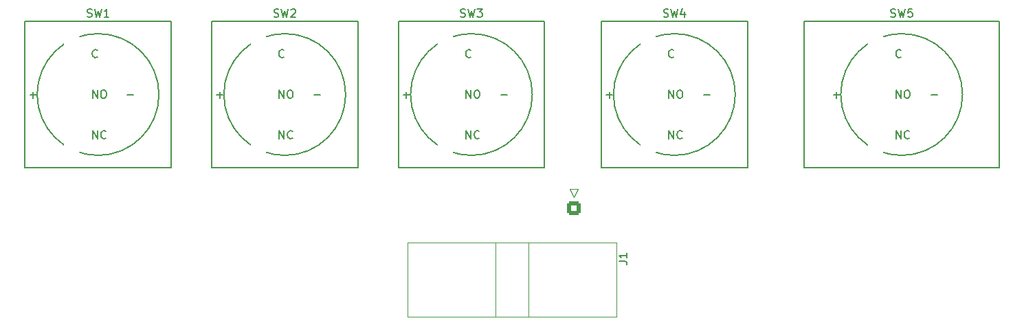
<source format=gto>
G04 #@! TF.GenerationSoftware,KiCad,Pcbnew,(6.0.0)*
G04 #@! TF.CreationDate,2022-06-26T22:57:09+02:00*
G04 #@! TF.ProjectId,mht-ctl-back,6d68742d-6374-46c2-9d62-61636b2e6b69,rev?*
G04 #@! TF.SameCoordinates,Original*
G04 #@! TF.FileFunction,Legend,Top*
G04 #@! TF.FilePolarity,Positive*
%FSLAX46Y46*%
G04 Gerber Fmt 4.6, Leading zero omitted, Abs format (unit mm)*
G04 Created by KiCad (PCBNEW (6.0.0)) date 2022-06-26 22:57:09*
%MOMM*%
%LPD*%
G01*
G04 APERTURE LIST*
G04 Aperture macros list*
%AMRoundRect*
0 Rectangle with rounded corners*
0 $1 Rounding radius*
0 $2 $3 $4 $5 $6 $7 $8 $9 X,Y pos of 4 corners*
0 Add a 4 corners polygon primitive as box body*
4,1,4,$2,$3,$4,$5,$6,$7,$8,$9,$2,$3,0*
0 Add four circle primitives for the rounded corners*
1,1,$1+$1,$2,$3*
1,1,$1+$1,$4,$5*
1,1,$1+$1,$6,$7*
1,1,$1+$1,$8,$9*
0 Add four rect primitives between the rounded corners*
20,1,$1+$1,$2,$3,$4,$5,0*
20,1,$1+$1,$4,$5,$6,$7,0*
20,1,$1+$1,$6,$7,$8,$9,0*
20,1,$1+$1,$8,$9,$2,$3,0*%
G04 Aperture macros list end*
%ADD10C,0.150000*%
%ADD11C,0.120000*%
%ADD12O,2.400000X4.600000*%
%ADD13O,2.400000X4.660000*%
%ADD14RoundRect,0.250000X-0.600000X0.600000X-0.600000X-0.600000X0.600000X-0.600000X0.600000X0.600000X0*%
%ADD15C,1.700000*%
G04 APERTURE END LIST*
D10*
X160666666Y-93404761D02*
X160809523Y-93452380D01*
X161047619Y-93452380D01*
X161142857Y-93404761D01*
X161190476Y-93357142D01*
X161238095Y-93261904D01*
X161238095Y-93166666D01*
X161190476Y-93071428D01*
X161142857Y-93023809D01*
X161047619Y-92976190D01*
X160857142Y-92928571D01*
X160761904Y-92880952D01*
X160714285Y-92833333D01*
X160666666Y-92738095D01*
X160666666Y-92642857D01*
X160714285Y-92547619D01*
X160761904Y-92500000D01*
X160857142Y-92452380D01*
X161095238Y-92452380D01*
X161238095Y-92500000D01*
X161571428Y-92452380D02*
X161809523Y-93452380D01*
X162000000Y-92738095D01*
X162190476Y-93452380D01*
X162428571Y-92452380D01*
X163238095Y-92785714D02*
X163238095Y-93452380D01*
X163000000Y-92404761D02*
X162761904Y-93119047D01*
X163380952Y-93119047D01*
X161335595Y-103452380D02*
X161335595Y-102452380D01*
X161907023Y-103452380D01*
X161907023Y-102452380D01*
X162573690Y-102452380D02*
X162764166Y-102452380D01*
X162859404Y-102500000D01*
X162954642Y-102595238D01*
X163002261Y-102785714D01*
X163002261Y-103119047D01*
X162954642Y-103309523D01*
X162859404Y-103404761D01*
X162764166Y-103452380D01*
X162573690Y-103452380D01*
X162478452Y-103404761D01*
X162383214Y-103309523D01*
X162335595Y-103119047D01*
X162335595Y-102785714D01*
X162383214Y-102595238D01*
X162478452Y-102500000D01*
X162573690Y-102452380D01*
X165619047Y-103071428D02*
X166380952Y-103071428D01*
X161335595Y-108452380D02*
X161335595Y-107452380D01*
X161907023Y-108452380D01*
X161907023Y-107452380D01*
X162954642Y-108357142D02*
X162907023Y-108404761D01*
X162764166Y-108452380D01*
X162668928Y-108452380D01*
X162526071Y-108404761D01*
X162430833Y-108309523D01*
X162383214Y-108214285D01*
X162335595Y-108023809D01*
X162335595Y-107880952D01*
X162383214Y-107690476D01*
X162430833Y-107595238D01*
X162526071Y-107500000D01*
X162668928Y-107452380D01*
X162764166Y-107452380D01*
X162907023Y-107500000D01*
X162954642Y-107547619D01*
X153619047Y-103071428D02*
X154380952Y-103071428D01*
X154000000Y-103452380D02*
X154000000Y-102690476D01*
X161907023Y-98357142D02*
X161859404Y-98404761D01*
X161716547Y-98452380D01*
X161621309Y-98452380D01*
X161478452Y-98404761D01*
X161383214Y-98309523D01*
X161335595Y-98214285D01*
X161287976Y-98023809D01*
X161287976Y-97880952D01*
X161335595Y-97690476D01*
X161383214Y-97595238D01*
X161478452Y-97500000D01*
X161621309Y-97452380D01*
X161716547Y-97452380D01*
X161859404Y-97500000D01*
X161907023Y-97547619D01*
X188666666Y-93404761D02*
X188809523Y-93452380D01*
X189047619Y-93452380D01*
X189142857Y-93404761D01*
X189190476Y-93357142D01*
X189238095Y-93261904D01*
X189238095Y-93166666D01*
X189190476Y-93071428D01*
X189142857Y-93023809D01*
X189047619Y-92976190D01*
X188857142Y-92928571D01*
X188761904Y-92880952D01*
X188714285Y-92833333D01*
X188666666Y-92738095D01*
X188666666Y-92642857D01*
X188714285Y-92547619D01*
X188761904Y-92500000D01*
X188857142Y-92452380D01*
X189095238Y-92452380D01*
X189238095Y-92500000D01*
X189571428Y-92452380D02*
X189809523Y-93452380D01*
X190000000Y-92738095D01*
X190190476Y-93452380D01*
X190428571Y-92452380D01*
X191285714Y-92452380D02*
X190809523Y-92452380D01*
X190761904Y-92928571D01*
X190809523Y-92880952D01*
X190904761Y-92833333D01*
X191142857Y-92833333D01*
X191238095Y-92880952D01*
X191285714Y-92928571D01*
X191333333Y-93023809D01*
X191333333Y-93261904D01*
X191285714Y-93357142D01*
X191238095Y-93404761D01*
X191142857Y-93452380D01*
X190904761Y-93452380D01*
X190809523Y-93404761D01*
X190761904Y-93357142D01*
X189907023Y-98357142D02*
X189859404Y-98404761D01*
X189716547Y-98452380D01*
X189621309Y-98452380D01*
X189478452Y-98404761D01*
X189383214Y-98309523D01*
X189335595Y-98214285D01*
X189287976Y-98023809D01*
X189287976Y-97880952D01*
X189335595Y-97690476D01*
X189383214Y-97595238D01*
X189478452Y-97500000D01*
X189621309Y-97452380D01*
X189716547Y-97452380D01*
X189859404Y-97500000D01*
X189907023Y-97547619D01*
X193619047Y-103071428D02*
X194380952Y-103071428D01*
X189335595Y-103452380D02*
X189335595Y-102452380D01*
X189907023Y-103452380D01*
X189907023Y-102452380D01*
X190573690Y-102452380D02*
X190764166Y-102452380D01*
X190859404Y-102500000D01*
X190954642Y-102595238D01*
X191002261Y-102785714D01*
X191002261Y-103119047D01*
X190954642Y-103309523D01*
X190859404Y-103404761D01*
X190764166Y-103452380D01*
X190573690Y-103452380D01*
X190478452Y-103404761D01*
X190383214Y-103309523D01*
X190335595Y-103119047D01*
X190335595Y-102785714D01*
X190383214Y-102595238D01*
X190478452Y-102500000D01*
X190573690Y-102452380D01*
X189335595Y-108452380D02*
X189335595Y-107452380D01*
X189907023Y-108452380D01*
X189907023Y-107452380D01*
X190954642Y-108357142D02*
X190907023Y-108404761D01*
X190764166Y-108452380D01*
X190668928Y-108452380D01*
X190526071Y-108404761D01*
X190430833Y-108309523D01*
X190383214Y-108214285D01*
X190335595Y-108023809D01*
X190335595Y-107880952D01*
X190383214Y-107690476D01*
X190430833Y-107595238D01*
X190526071Y-107500000D01*
X190668928Y-107452380D01*
X190764166Y-107452380D01*
X190907023Y-107500000D01*
X190954642Y-107547619D01*
X181619047Y-103071428D02*
X182380952Y-103071428D01*
X182000000Y-103452380D02*
X182000000Y-102690476D01*
X112666666Y-93404761D02*
X112809523Y-93452380D01*
X113047619Y-93452380D01*
X113142857Y-93404761D01*
X113190476Y-93357142D01*
X113238095Y-93261904D01*
X113238095Y-93166666D01*
X113190476Y-93071428D01*
X113142857Y-93023809D01*
X113047619Y-92976190D01*
X112857142Y-92928571D01*
X112761904Y-92880952D01*
X112714285Y-92833333D01*
X112666666Y-92738095D01*
X112666666Y-92642857D01*
X112714285Y-92547619D01*
X112761904Y-92500000D01*
X112857142Y-92452380D01*
X113095238Y-92452380D01*
X113238095Y-92500000D01*
X113571428Y-92452380D02*
X113809523Y-93452380D01*
X114000000Y-92738095D01*
X114190476Y-93452380D01*
X114428571Y-92452380D01*
X114761904Y-92547619D02*
X114809523Y-92500000D01*
X114904761Y-92452380D01*
X115142857Y-92452380D01*
X115238095Y-92500000D01*
X115285714Y-92547619D01*
X115333333Y-92642857D01*
X115333333Y-92738095D01*
X115285714Y-92880952D01*
X114714285Y-93452380D01*
X115333333Y-93452380D01*
X105619047Y-103071428D02*
X106380952Y-103071428D01*
X106000000Y-103452380D02*
X106000000Y-102690476D01*
X113907023Y-98357142D02*
X113859404Y-98404761D01*
X113716547Y-98452380D01*
X113621309Y-98452380D01*
X113478452Y-98404761D01*
X113383214Y-98309523D01*
X113335595Y-98214285D01*
X113287976Y-98023809D01*
X113287976Y-97880952D01*
X113335595Y-97690476D01*
X113383214Y-97595238D01*
X113478452Y-97500000D01*
X113621309Y-97452380D01*
X113716547Y-97452380D01*
X113859404Y-97500000D01*
X113907023Y-97547619D01*
X113335595Y-103452380D02*
X113335595Y-102452380D01*
X113907023Y-103452380D01*
X113907023Y-102452380D01*
X114573690Y-102452380D02*
X114764166Y-102452380D01*
X114859404Y-102500000D01*
X114954642Y-102595238D01*
X115002261Y-102785714D01*
X115002261Y-103119047D01*
X114954642Y-103309523D01*
X114859404Y-103404761D01*
X114764166Y-103452380D01*
X114573690Y-103452380D01*
X114478452Y-103404761D01*
X114383214Y-103309523D01*
X114335595Y-103119047D01*
X114335595Y-102785714D01*
X114383214Y-102595238D01*
X114478452Y-102500000D01*
X114573690Y-102452380D01*
X117619047Y-103071428D02*
X118380952Y-103071428D01*
X113335595Y-108452380D02*
X113335595Y-107452380D01*
X113907023Y-108452380D01*
X113907023Y-107452380D01*
X114954642Y-108357142D02*
X114907023Y-108404761D01*
X114764166Y-108452380D01*
X114668928Y-108452380D01*
X114526071Y-108404761D01*
X114430833Y-108309523D01*
X114383214Y-108214285D01*
X114335595Y-108023809D01*
X114335595Y-107880952D01*
X114383214Y-107690476D01*
X114430833Y-107595238D01*
X114526071Y-107500000D01*
X114668928Y-107452380D01*
X114764166Y-107452380D01*
X114907023Y-107500000D01*
X114954642Y-107547619D01*
X89666666Y-93404761D02*
X89809523Y-93452380D01*
X90047619Y-93452380D01*
X90142857Y-93404761D01*
X90190476Y-93357142D01*
X90238095Y-93261904D01*
X90238095Y-93166666D01*
X90190476Y-93071428D01*
X90142857Y-93023809D01*
X90047619Y-92976190D01*
X89857142Y-92928571D01*
X89761904Y-92880952D01*
X89714285Y-92833333D01*
X89666666Y-92738095D01*
X89666666Y-92642857D01*
X89714285Y-92547619D01*
X89761904Y-92500000D01*
X89857142Y-92452380D01*
X90095238Y-92452380D01*
X90238095Y-92500000D01*
X90571428Y-92452380D02*
X90809523Y-93452380D01*
X91000000Y-92738095D01*
X91190476Y-93452380D01*
X91428571Y-92452380D01*
X92333333Y-93452380D02*
X91761904Y-93452380D01*
X92047619Y-93452380D02*
X92047619Y-92452380D01*
X91952380Y-92595238D01*
X91857142Y-92690476D01*
X91761904Y-92738095D01*
X82619047Y-103071428D02*
X83380952Y-103071428D01*
X83000000Y-103452380D02*
X83000000Y-102690476D01*
X90335595Y-103452380D02*
X90335595Y-102452380D01*
X90907023Y-103452380D01*
X90907023Y-102452380D01*
X91573690Y-102452380D02*
X91764166Y-102452380D01*
X91859404Y-102500000D01*
X91954642Y-102595238D01*
X92002261Y-102785714D01*
X92002261Y-103119047D01*
X91954642Y-103309523D01*
X91859404Y-103404761D01*
X91764166Y-103452380D01*
X91573690Y-103452380D01*
X91478452Y-103404761D01*
X91383214Y-103309523D01*
X91335595Y-103119047D01*
X91335595Y-102785714D01*
X91383214Y-102595238D01*
X91478452Y-102500000D01*
X91573690Y-102452380D01*
X90907023Y-98357142D02*
X90859404Y-98404761D01*
X90716547Y-98452380D01*
X90621309Y-98452380D01*
X90478452Y-98404761D01*
X90383214Y-98309523D01*
X90335595Y-98214285D01*
X90287976Y-98023809D01*
X90287976Y-97880952D01*
X90335595Y-97690476D01*
X90383214Y-97595238D01*
X90478452Y-97500000D01*
X90621309Y-97452380D01*
X90716547Y-97452380D01*
X90859404Y-97500000D01*
X90907023Y-97547619D01*
X90335595Y-108452380D02*
X90335595Y-107452380D01*
X90907023Y-108452380D01*
X90907023Y-107452380D01*
X91954642Y-108357142D02*
X91907023Y-108404761D01*
X91764166Y-108452380D01*
X91668928Y-108452380D01*
X91526071Y-108404761D01*
X91430833Y-108309523D01*
X91383214Y-108214285D01*
X91335595Y-108023809D01*
X91335595Y-107880952D01*
X91383214Y-107690476D01*
X91430833Y-107595238D01*
X91526071Y-107500000D01*
X91668928Y-107452380D01*
X91764166Y-107452380D01*
X91907023Y-107500000D01*
X91954642Y-107547619D01*
X94619047Y-103071428D02*
X95380952Y-103071428D01*
X135666666Y-93404761D02*
X135809523Y-93452380D01*
X136047619Y-93452380D01*
X136142857Y-93404761D01*
X136190476Y-93357142D01*
X136238095Y-93261904D01*
X136238095Y-93166666D01*
X136190476Y-93071428D01*
X136142857Y-93023809D01*
X136047619Y-92976190D01*
X135857142Y-92928571D01*
X135761904Y-92880952D01*
X135714285Y-92833333D01*
X135666666Y-92738095D01*
X135666666Y-92642857D01*
X135714285Y-92547619D01*
X135761904Y-92500000D01*
X135857142Y-92452380D01*
X136095238Y-92452380D01*
X136238095Y-92500000D01*
X136571428Y-92452380D02*
X136809523Y-93452380D01*
X137000000Y-92738095D01*
X137190476Y-93452380D01*
X137428571Y-92452380D01*
X137714285Y-92452380D02*
X138333333Y-92452380D01*
X138000000Y-92833333D01*
X138142857Y-92833333D01*
X138238095Y-92880952D01*
X138285714Y-92928571D01*
X138333333Y-93023809D01*
X138333333Y-93261904D01*
X138285714Y-93357142D01*
X138238095Y-93404761D01*
X138142857Y-93452380D01*
X137857142Y-93452380D01*
X137761904Y-93404761D01*
X137714285Y-93357142D01*
X136335595Y-103452380D02*
X136335595Y-102452380D01*
X136907023Y-103452380D01*
X136907023Y-102452380D01*
X137573690Y-102452380D02*
X137764166Y-102452380D01*
X137859404Y-102500000D01*
X137954642Y-102595238D01*
X138002261Y-102785714D01*
X138002261Y-103119047D01*
X137954642Y-103309523D01*
X137859404Y-103404761D01*
X137764166Y-103452380D01*
X137573690Y-103452380D01*
X137478452Y-103404761D01*
X137383214Y-103309523D01*
X137335595Y-103119047D01*
X137335595Y-102785714D01*
X137383214Y-102595238D01*
X137478452Y-102500000D01*
X137573690Y-102452380D01*
X128619047Y-103071428D02*
X129380952Y-103071428D01*
X129000000Y-103452380D02*
X129000000Y-102690476D01*
X140619047Y-103071428D02*
X141380952Y-103071428D01*
X136907023Y-98357142D02*
X136859404Y-98404761D01*
X136716547Y-98452380D01*
X136621309Y-98452380D01*
X136478452Y-98404761D01*
X136383214Y-98309523D01*
X136335595Y-98214285D01*
X136287976Y-98023809D01*
X136287976Y-97880952D01*
X136335595Y-97690476D01*
X136383214Y-97595238D01*
X136478452Y-97500000D01*
X136621309Y-97452380D01*
X136716547Y-97452380D01*
X136859404Y-97500000D01*
X136907023Y-97547619D01*
X136335595Y-108452380D02*
X136335595Y-107452380D01*
X136907023Y-108452380D01*
X136907023Y-107452380D01*
X137954642Y-108357142D02*
X137907023Y-108404761D01*
X137764166Y-108452380D01*
X137668928Y-108452380D01*
X137526071Y-108404761D01*
X137430833Y-108309523D01*
X137383214Y-108214285D01*
X137335595Y-108023809D01*
X137335595Y-107880952D01*
X137383214Y-107690476D01*
X137430833Y-107595238D01*
X137526071Y-107500000D01*
X137668928Y-107452380D01*
X137764166Y-107452380D01*
X137907023Y-107500000D01*
X137954642Y-107547619D01*
X155172380Y-123548333D02*
X155886666Y-123548333D01*
X156029523Y-123595952D01*
X156124761Y-123691190D01*
X156172380Y-123834047D01*
X156172380Y-123929285D01*
X156172380Y-122548333D02*
X156172380Y-123119761D01*
X156172380Y-122834047D02*
X155172380Y-122834047D01*
X155315238Y-122929285D01*
X155410476Y-123024523D01*
X155458095Y-123119761D01*
X153000000Y-94000000D02*
X171000000Y-94000000D01*
X171000000Y-94000000D02*
X171000000Y-112000000D01*
X171000000Y-112000000D02*
X153000000Y-112000000D01*
X153000000Y-112000000D02*
X153000000Y-94000000D01*
X169500000Y-103000000D02*
G75*
G03*
X169500000Y-103000000I-7500000J0D01*
G01*
X178000000Y-94000000D02*
X202000000Y-94000000D01*
X202000000Y-94000000D02*
X202000000Y-112000000D01*
X202000000Y-112000000D02*
X178000000Y-112000000D01*
X178000000Y-112000000D02*
X178000000Y-94000000D01*
X197500000Y-103000000D02*
G75*
G03*
X197500000Y-103000000I-7500000J0D01*
G01*
X105000000Y-94000000D02*
X123000000Y-94000000D01*
X123000000Y-94000000D02*
X123000000Y-112000000D01*
X123000000Y-112000000D02*
X105000000Y-112000000D01*
X105000000Y-112000000D02*
X105000000Y-94000000D01*
X121500000Y-103000000D02*
G75*
G03*
X121500000Y-103000000I-7500000J0D01*
G01*
X82000000Y-94000000D02*
X100000000Y-94000000D01*
X100000000Y-94000000D02*
X100000000Y-112000000D01*
X100000000Y-112000000D02*
X82000000Y-112000000D01*
X82000000Y-112000000D02*
X82000000Y-94000000D01*
X98500000Y-103000000D02*
G75*
G03*
X98500000Y-103000000I-7500000J0D01*
G01*
X128000000Y-94000000D02*
X146000000Y-94000000D01*
X146000000Y-94000000D02*
X146000000Y-112000000D01*
X146000000Y-112000000D02*
X128000000Y-112000000D01*
X128000000Y-112000000D02*
X128000000Y-94000000D01*
X144500000Y-103000000D02*
G75*
G03*
X144500000Y-103000000I-7500000J0D01*
G01*
D11*
X139950000Y-121270000D02*
X139950000Y-130390000D01*
X154830000Y-130390000D02*
X129170000Y-130390000D01*
X129170000Y-121270000D02*
X154830000Y-121270000D01*
X129170000Y-130390000D02*
X129170000Y-121270000D01*
X144050000Y-121270000D02*
X144050000Y-130390000D01*
X149120000Y-114650000D02*
X149620000Y-115650000D01*
X150120000Y-114650000D02*
X149120000Y-114650000D01*
X149620000Y-115650000D02*
X150120000Y-114650000D01*
X154830000Y-121270000D02*
X154830000Y-130390000D01*
%LPC*%
D12*
X159000000Y-98000000D03*
X159000000Y-103000000D03*
X159000000Y-108000000D03*
D13*
X156000000Y-103000000D03*
D12*
X168000000Y-103000000D03*
X187000000Y-98000000D03*
X187000000Y-103000000D03*
X187000000Y-108000000D03*
D13*
X184000000Y-103000000D03*
D12*
X196000000Y-103000000D03*
X111000000Y-98000000D03*
X111000000Y-103000000D03*
X111000000Y-108000000D03*
D13*
X108000000Y-103000000D03*
D12*
X120000000Y-103000000D03*
X88000000Y-98000000D03*
X88000000Y-103000000D03*
X88000000Y-108000000D03*
D13*
X85000000Y-103000000D03*
D12*
X97000000Y-103000000D03*
X134000000Y-98000000D03*
X134000000Y-103000000D03*
X134000000Y-108000000D03*
D13*
X131000000Y-103000000D03*
D12*
X143000000Y-103000000D03*
D14*
X149620000Y-117000000D03*
D15*
X149620000Y-119540000D03*
X147080000Y-117000000D03*
X147080000Y-119540000D03*
X144540000Y-117000000D03*
X144540000Y-119540000D03*
X142000000Y-117000000D03*
X142000000Y-119540000D03*
X139460000Y-117000000D03*
X139460000Y-119540000D03*
X136920000Y-117000000D03*
X136920000Y-119540000D03*
X134380000Y-117000000D03*
X134380000Y-119540000D03*
M02*

</source>
